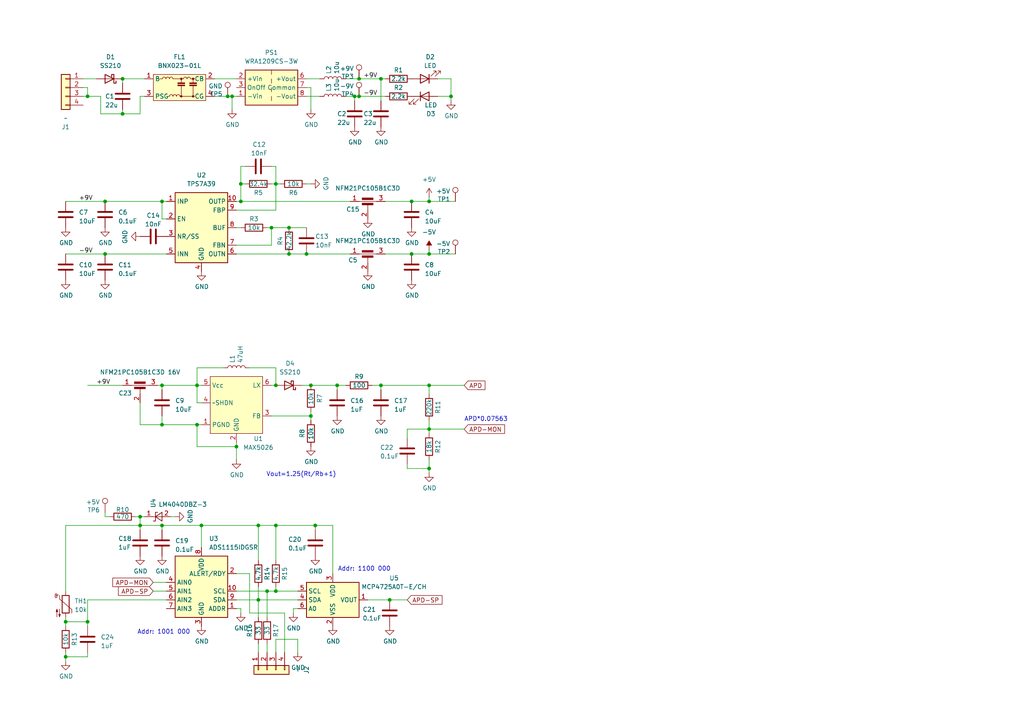
<source format=kicad_sch>
(kicad_sch (version 20231120) (generator "eeschema") (generator_version "8.0")
  (paper "A4")
  (lib_symbols
    (symbol "Analog_ADC:ADS1115IDGS"
      (property "Reference" "U" (at 2.54 13.97 0))
      (property "Value" "ADS1115IDGS" (at 7.62 11.43 0))
      (symbol "ADS1115IDGS_0_1"
        (rectangle (start -7.62 10.16) (end 7.62 -7.62) (stroke (width 0.254)) (fill (type background)))
      )
      (symbol "ADS1115IDGS_1_1"
        (pin input line (at 10.16 -5.08 180) (length 2.54) (name "ADDR") (number "1"))
        (pin input line (at 10.16 0 180) (length 2.54) (name "SCL") (number "10"))
        (pin output line (at 10.16 5.08 180) (length 2.54) (name "ALERT/RDY") (number "2"))
        (pin power_in line (at 0 -10.16 90) (length 2.54) (name "GND") (number "3"))
        (pin input line (at -10.16 2.54 0) (length 2.54) (name "AIN0") (number "4"))
        (pin input line (at -10.16 0 0) (length 2.54) (name "AIN1") (number "5"))
        (pin input line (at -10.16 -2.54 0) (length 2.54) (name "AIN2") (number "6"))
        (pin input line (at -10.16 -5.08 0) (length 2.54) (name "AIN3") (number "7"))
        (pin power_in line (at 0 12.7 270) (length 2.54) (name "VDD") (number "8"))
        (pin bidirectional line (at 10.16 -2.54 180) (length 2.54) (name "SDA") (number "9"))
      )
    )
    (symbol "Analog_DAC:MCP4725xxx-xCH"
      (property "Reference" "U" (at -6.35 6.35 0))
      (property "Value" "MCP4725xxx-xCH" (at 8.89 6.35 0))
      (symbol "MCP4725xxx-xCH_0_1"
        (rectangle (start -7.62 5.08) (end 7.62 -5.08) (stroke (width 0.254)) (fill (type background)))
      )
      (symbol "MCP4725xxx-xCH_1_1"
        (pin output line (at 10.16 0 180) (length 2.54) (name "VOUT") (number "1"))
        (pin power_in line (at 0 -7.62 90) (length 2.54) (name "VSS") (number "2"))
        (pin power_in line (at 0 7.62 270) (length 2.54) (name "VDD") (number "3"))
        (pin bidirectional line (at -10.16 0 0) (length 2.54) (name "SDA") (number "4"))
        (pin input line (at -10.16 2.54 0) (length 2.54) (name "SCL") (number "5"))
        (pin input line (at -10.16 -2.54 0) (length 2.54) (name "A0") (number "6"))
      )
    )
    (symbol "Connector:TestPoint" (pin_numbers hide) (pin_names (offset 0.762) hide)
      (property "Reference" "TP" (at 0 6.858 0))
      (property "Value" "TestPoint" (at 0 5.08 0))
      (symbol "TestPoint_0_1"
        (circle (center 0 3.302) (radius 0.762))
      )
      (symbol "TestPoint_1_1"
        (pin passive line (at 0 0 90) (length 2.54) (name "1") (number "1"))
      )
    )
    (symbol "Connector_Generic:Conn_01x04" (pin_names (offset 1.016) hide)
      (property "Reference" "J" (at 0 5.08 0))
      (property "Value" "Conn_01x04" (at 0 -7.62 0))
      (symbol "Conn_01x04_1_1"
        (rectangle (start -1.27 -4.953) (end 0 -5.207) (stroke (width 0.1524)))
        (rectangle (start -1.27 -2.413) (end 0 -2.667) (stroke (width 0.1524)))
        (rectangle (start -1.27 0.127) (end 0 -0.127) (stroke (width 0.1524)))
        (rectangle (start -1.27 2.667) (end 0 2.413) (stroke (width 0.1524)))
        (rectangle (start -1.27 3.81) (end 1.27 -6.35) (stroke (width 0.254)) (fill (type background)))
        (pin passive line (at -5.08 2.54 0) (length 3.81) (name "Pin_1") (number "1"))
        (pin passive line (at -5.08 0 0) (length 3.81) (name "Pin_2") (number "2"))
        (pin passive line (at -5.08 -2.54 0) (length 3.81) (name "Pin_3") (number "3"))
        (pin passive line (at -5.08 -5.08 0) (length 3.81) (name "Pin_4") (number "4"))
      )
    )
    (symbol "Converter_DCDC:ITQ2415S"
      (property "Reference" "PS" (at -7.62 6.35 0))
      (property "Value" "ITQ2415S" (at 1.27 6.35 0))
      (symbol "ITQ2415S_0_0"
        (pin power_in line (at -10.16 -2.54 0) (length 2.54) (name "-Vin") (number "1"))
        (pin power_in line (at -10.16 2.54 0) (length 2.54) (name "+Vin") (number "2"))
        (pin input line (at -10.16 0 0) (length 2.54) (name "OnOff") (number "3"))
        (pin no_connect line (at 0 5.08 270) (length 2.54) hide (name "NC") (number "5"))
        (pin power_out line (at 10.16 2.54 180) (length 2.54) (name "+Vout") (number "6"))
        (pin power_out line (at 10.16 0 180) (length 2.54) (name "Common") (number "7"))
        (pin power_out line (at 10.16 -2.54 180) (length 2.54) (name "-Vout") (number "8"))
      )
      (symbol "ITQ2415S_0_1"
        (rectangle (start -7.62 5.08) (end 7.62 -5.08) (stroke (width 0.254)) (fill (type background)))
        (polyline (pts (xy 0 -2.54) (xy 0 -3.81)))
        (polyline (pts (xy 0 0) (xy 0 -1.27)))
        (polyline (pts (xy 0 2.54) (xy 0 1.27)))
        (polyline (pts (xy 0 5.08) (xy 0 3.81)))
      )
    )
    (symbol "Device:C" (pin_numbers hide) (pin_names (offset 0.254))
      (property "Reference" "C" (at 0.635 2.54 0))
      (property "Value" "C" (at 0.635 -2.54 0))
      (symbol "C_0_1"
        (polyline (pts (xy -2.032 -0.762) (xy 2.032 -0.762)) (stroke (width 0.508)))
        (polyline (pts (xy -2.032 0.762) (xy 2.032 0.762)) (stroke (width 0.508)))
      )
      (symbol "C_1_1"
        (pin passive line (at 0 3.81 270) (length 2.794) (name "~") (number "1"))
        (pin passive line (at 0 -3.81 90) (length 2.794) (name "~") (number "2"))
      )
    )
    (symbol "Device:C_Feedthrough" (pin_names (offset 0.254) hide)
      (property "Reference" "C" (at 0 7.62 0))
      (property "Value" "C_Feedthrough" (at 0 5.715 0))
      (symbol "C_Feedthrough_0_1"
        (rectangle (start -1.651 1.524) (end 1.524 2.032) (fill (type outline)))
        (polyline (pts (xy -2.54 2.54) (xy 2.54 2.54)))
        (polyline (pts (xy 0 0) (xy 0 1.778)))
        (rectangle (start 1.524 3.048) (end -1.651 3.556) (fill (type outline)))
      )
      (symbol "C_Feedthrough_1_1"
        (pin passive line (at -5.08 2.54 0) (length 2.54) (name "1") (number "1"))
        (pin passive line (at 0 -2.54 90) (length 2.54) (name "2") (number "2"))
        (pin passive line (at 5.08 2.54 180) (length 2.54) (name "3") (number "3"))
      )
    )
    (symbol "Device:L" (pin_numbers hide) (pin_names (offset 1.016) hide)
      (property "Reference" "L" (at -1.27 0 90))
      (property "Value" "L" (at 1.905 0 90))
      (symbol "L_0_1"
        (arc (start 0 -2.54) (mid 0.6323 -1.905) (end 0 -1.27))
        (arc (start 0 -1.27) (mid 0.6323 -0.635) (end 0 0))
        (arc (start 0 0) (mid 0.6323 0.635) (end 0 1.27))
        (arc (start 0 1.27) (mid 0.6323 1.905) (end 0 2.54))
      )
      (symbol "L_1_1"
        (pin passive line (at 0 3.81 270) (length 1.27) (name "1") (number "1"))
        (pin passive line (at 0 -3.81 90) (length 1.27) (name "2") (number "2"))
      )
    )
    (symbol "Device:LED" (pin_numbers hide) (pin_names (offset 1.016) hide)
      (property "Reference" "D" (at 0 2.54 0))
      (property "Value" "LED" (at 0 -2.54 0))
      (symbol "LED_0_1"
        (polyline (pts (xy -1.27 -1.27) (xy -1.27 1.27)) (stroke (width 0.254)))
        (polyline (pts (xy -1.27 0) (xy 1.27 0)))
        (polyline (pts (xy 1.27 -1.27) (xy 1.27 1.27) (xy -1.27 0) (xy 1.27 -1.27)) (stroke (width 0.254)))
        (polyline (pts (xy -3.048 -0.762) (xy -4.572 -2.286) (xy -3.81 -2.286) (xy -4.572 -2.286) (xy -4.572 -1.524)))
        (polyline (pts (xy -1.778 -0.762) (xy -3.302 -2.286) (xy -2.54 -2.286) (xy -3.302 -2.286) (xy -3.302 -1.524)))
      )
      (symbol "LED_1_1"
        (pin passive line (at -3.81 0 0) (length 2.54) (name "K") (number "1"))
        (pin passive line (at 3.81 0 180) (length 2.54) (name "A") (number "2"))
      )
    )
    (symbol "Device:R" (pin_numbers hide) (pin_names (offset 0))
      (property "Reference" "R" (at 2.032 0 90))
      (property "Value" "R" (at 0 0 90))
      (symbol "R_0_1"
        (rectangle (start -1.016 -2.54) (end 1.016 2.54) (stroke (width 0.254)))
      )
      (symbol "R_1_1"
        (pin passive line (at 0 3.81 270) (length 1.27) (name "~") (number "1"))
        (pin passive line (at 0 -3.81 90) (length 1.27) (name "~") (number "2"))
      )
    )
    (symbol "Device:Thermistor_NTC" (pin_numbers hide) (pin_names (offset 0))
      (property "Reference" "TH" (at -4.445 0 90))
      (property "Value" "Thermistor_NTC" (at 3.175 0 90))
      (symbol "Thermistor_NTC_0_1"
        (arc (start -3.048 2.159) (mid -3.0495 2.3143) (end -3.175 2.413))
        (arc (start -3.048 2.159) (mid -2.9736 1.9794) (end -2.794 1.905))
        (arc (start -3.048 2.794) (mid -2.9736 2.6144) (end -2.794 2.54))
        (arc (start -2.794 1.905) (mid -2.6144 1.9794) (end -2.54 2.159))
        (arc (start -2.794 2.54) (mid -2.4393 2.5587) (end -2.159 2.794))
        (arc (start -2.794 3.048) (mid -2.9736 2.9736) (end -3.048 2.794))
        (arc (start -2.54 2.794) (mid -2.6144 2.9736) (end -2.794 3.048))
        (rectangle (start -1.016 2.54) (end 1.016 -2.54) (stroke (width 0.254)))
        (polyline (pts (xy -2.54 2.159) (xy -2.54 2.794)))
        (polyline (pts (xy -1.778 2.54) (xy -1.778 1.524) (xy 1.778 -1.524) (xy 1.778 -2.54)))
        (polyline (pts (xy -2.54 -3.683) (xy -2.54 -1.397) (xy -2.794 -2.159) (xy -2.286 -2.159) (xy -2.54 -1.397) (xy -2.54 -1.651)) (fill (type outline)))
        (polyline (pts (xy -1.778 -1.397) (xy -1.778 -3.683) (xy -2.032 -2.921) (xy -1.524 -2.921) (xy -1.778 -3.683) (xy -1.778 -3.429)) (fill (type outline)))
      )
      (symbol "Thermistor_NTC_1_1"
        (pin passive line (at 0 3.81 270) (length 1.27) (name "~") (number "1"))
        (pin passive line (at 0 -3.81 90) (length 1.27) (name "~") (number "2"))
      )
    )
    (symbol "Diode:SS210" (pin_numbers hide) (pin_names (offset 1.016) hide)
      (property "Reference" "D" (at 0 2.54 0))
      (property "Value" "SS210" (at 0 -2.54 0))
      (symbol "SS210_0_1"
        (polyline (pts (xy 1.27 0) (xy -1.27 0)))
        (polyline (pts (xy 1.27 1.27) (xy 1.27 -1.27) (xy -1.27 0) (xy 1.27 1.27)) (stroke (width 0.254)))
        (polyline (pts (xy -1.905 0.635) (xy -1.905 1.27) (xy -1.27 1.27) (xy -1.27 -1.27) (xy -0.635 -1.27) (xy -0.635 -0.635)) (stroke (width 0.254)))
      )
      (symbol "SS210_1_1"
        (pin passive line (at -3.81 0 0) (length 2.54) (name "K") (number "1"))
        (pin passive line (at 3.81 0 180) (length 2.54) (name "A") (number "2"))
      )
    )
    (symbol "Filter:BNX025"
      (property "Reference" "FL" (at -6.35 5.08 0))
      (property "Value" "BNX025" (at 7.62 5.08 0))
      (symbol "BNX025_0_1"
        (rectangle (start -7.62 3.81) (end 7.62 -3.81) (fill (type background)))
        (arc (start -1.905 -2.54) (mid -2.413 -2.0342) (end -2.921 -2.54))
        (arc (start -0.889 -2.54) (mid -1.397 -2.0342) (end -1.905 -2.54))
        (rectangle (start -0.508 0.508) (end 1.524 0.762) (fill (type outline)))
        (polyline (pts (xy -4.953 2.54) (xy -5.715 2.54)))
        (polyline (pts (xy -3.302 -2.54) (xy -2.921 -2.54)))
        (polyline (pts (xy 0.127 -2.54) (xy 0.508 -2.54)))
        (polyline (pts (xy 0.381 2.54) (xy -1.905 2.54)))
        (polyline (pts (xy 0.508 -2.54) (xy 0.508 0.508)))
        (polyline (pts (xy 0.508 2.54) (xy 0.508 1.27)))
        (polyline (pts (xy 1.143 2.54) (xy 0.508 2.54)))
        (polyline (pts (xy 3.175 2.54) (xy 3.937 2.54)))
        (polyline (pts (xy 3.937 -2.54) (xy 0.508 -2.54)))
        (polyline (pts (xy 3.937 -2.54) (xy 3.937 0.508)))
        (polyline (pts (xy 3.937 -2.54) (xy 4.445 -2.54)))
        (polyline (pts (xy 3.937 2.54) (xy 3.937 1.27)))
        (polyline (pts (xy 3.937 2.54) (xy 4.445 2.54)))
        (arc (start 0.127 -2.54) (mid -0.381 -2.0342) (end -0.889 -2.54))
        (circle (center 0.508 2.54) (radius 0.254) (fill (type outline)))
        (rectangle (start 1.524 1.143) (end -0.508 1.397) (fill (type outline)))
        (arc (start 2.159 2.54) (mid 1.651 3.0458) (end 1.143 2.54))
        (arc (start 3.175 2.54) (mid 2.667 3.0458) (end 2.159 2.54))
      )
      (symbol "BNX025_1_1"
        (arc (start -3.937 2.54) (mid -4.445 3.0458) (end -4.953 2.54))
        (arc (start -2.921 2.54) (mid -3.429 3.0458) (end -3.937 2.54))
        (arc (start -1.905 2.54) (mid -2.413 3.0458) (end -2.921 2.54))
        (circle (center 0.508 -2.54) (radius 0.254) (fill (type outline)))
        (rectangle (start 2.921 0.508) (end 4.953 0.762) (fill (type outline)))
        (circle (center 3.937 -2.54) (radius 0.254) (fill (type outline)))
        (circle (center 3.937 2.54) (radius 0.254) (fill (type outline)))
        (rectangle (start 4.953 1.143) (end 2.921 1.397) (fill (type outline)))
        (pin passive line (at -10.16 2.54 0) (length 2.54) (name "B") (number "1"))
        (pin passive line (at 10.16 2.54 180) (length 2.54) (name "CB") (number "2"))
        (pin passive line (at -10.16 -2.54 0) (length 2.54) (name "PSG") (number "3"))
        (pin passive line (at 10.16 -2.54 180) (length 2.54) (name "CG") (number "4"))
      )
    )
    (symbol "MAX5026:MAX5026"
      (property "Reference" "U" (at 0 0 0))
      (symbol "MAX5026_1_1"
        (rectangle (start 0 -1.27) (end 15.24 -17.78) (fill (type background)))
        (pin power_in line (at -2.54 -15.24 0) (length 2.54) (name "PGND") (number "1"))
        (pin bidirectional line (at 7.62 -20.32 90) (length 2.54) (name "GND") (number "2"))
        (pin input line (at 17.78 -12.7 180) (length 2.54) (name "FB") (number "3"))
        (pin input line (at -2.54 -8.89 0) (length 2.54) (name "~SHDN") (number "4"))
        (pin power_in line (at -2.54 -3.81 0) (length 2.54) (name "Vcc") (number "5"))
        (pin power_out line (at 17.78 -3.81 180) (length 2.54) (name "LX") (number "6"))
      )
    )
    (symbol "Reference_Voltage:LM4040DBZ-3" (pin_names (offset 0.0254) hide)
      (property "Reference" "U" (at 0 2.54 0))
      (property "Value" "LM4040DBZ-3" (at 0 -3.175 0))
      (symbol "LM4040DBZ-3_0_1"
        (polyline (pts (xy -1.27 0) (xy 0 0) (xy 1.27 0)))
        (polyline (pts (xy -1.27 -1.27) (xy 0.635 0) (xy -1.27 1.27) (xy -1.27 -1.27)) (stroke (width 0.2032)))
        (polyline (pts (xy 0 -1.27) (xy 0.635 -1.27) (xy 0.635 1.27) (xy 1.27 1.27)) (stroke (width 0.2032)))
      )
      (symbol "LM4040DBZ-3_1_1"
        (pin passive line (at 3.81 0 180) (length 2.54) (name "K") (number "1"))
        (pin passive line (at -3.81 0 0) (length 2.54) (name "A") (number "2"))
        (pin no_connect line (at -1.27 0 0) (length 2.54) hide (name "NC") (number "3"))
      )
    )
    (symbol "Regulator_Linear:TPS7A39"
      (property "Reference" "U" (at 0 13.97 0))
      (property "Value" "TPS7A39" (at 0 11.43 0))
      (symbol "TPS7A39_1_1"
        (rectangle (start -7.62 10.16) (end 7.62 -10.16) (stroke (width 0.254)) (fill (type background)))
        (pin power_in line (at -10.16 7.62 0) (length 2.54) (name "INP") (number "1"))
        (pin power_out line (at 10.16 7.62 180) (length 2.54) (name "OUTP") (number "10"))
        (pin passive line (at 0 -12.7 90) (length 2.54) hide (name "GND") (number "11"))
        (pin input line (at -10.16 2.54 0) (length 2.54) (name "EN") (number "2"))
        (pin passive line (at -10.16 -2.54 0) (length 2.54) (name "NR/SS") (number "3"))
        (pin power_in line (at 0 -12.7 90) (length 2.54) (name "GND") (number "4"))
        (pin power_in line (at -10.16 -7.62 0) (length 2.54) (name "INN") (number "5"))
        (pin power_out line (at 10.16 -7.62 180) (length 2.54) (name "OUTN") (number "6"))
        (pin input line (at 10.16 -5.08 180) (length 2.54) (name "FBN") (number "7"))
        (pin output line (at 10.16 0 180) (length 2.54) (name "BUF") (number "8"))
        (pin input line (at 10.16 5.08 180) (length 2.54) (name "FBP") (number "9"))
      )
    )
    (symbol "power:+5V" (power) (pin_numbers hide) (pin_names (offset 0) hide)
      (property "Value" "+5V" (at 0 3.556 0))
      (symbol "+5V_0_1"
        (polyline (pts (xy -0.762 1.27) (xy 0 2.54)))
        (polyline (pts (xy 0 0) (xy 0 2.54)))
        (polyline (pts (xy 0 2.54) (xy 0.762 1.27)))
      )
      (symbol "+5V_1_1"
        (pin power_in line (at 0 0 90) (length 0) (name "~") (number "1"))
      )
    )
    (symbol "power:-5V" (power) (pin_numbers hide) (pin_names (offset 0) hide)
      (property "Value" "-5V" (at 0 3.556 0))
      (symbol "-5V_0_0"
        (pin power_in line (at 0 0 90) (length 0) (name "~") (number "1"))
      )
      (symbol "-5V_0_1"
        (polyline (pts (xy 0 0) (xy 0 1.27) (xy 0.762 1.27) (xy 0 2.54) (xy -0.762 1.27) (xy 0 1.27)) (fill (type outline)))
      )
    )
    (symbol "power:GND" (power) (pin_names (offset 0))
      (property "Value" "GND" (at 0 -3.81 0))
      (symbol "GND_0_1"
        (polyline (pts (xy 0 0) (xy 0 -1.27) (xy 1.27 -1.27) (xy 0 -2.54) (xy -1.27 -1.27) (xy 0 -1.27)))
      )
      (symbol "GND_1_1"
        (pin power_in line (at 0 0 270) (length 0) hide (name "GND") (number "1"))
      )
    )
  )
  (junction (at 25.4 180.34))
  (junction (at 77.47 171.45))
  (junction (at 66.04 27.94))
  (junction (at 19.05 180.34))
  (junction (at 40.64 149.86))
  (junction (at 74.93 173.99))
  (junction (at 68.58 129.54))
  (junction (at 67.31 27.94))
  (junction (at 124.46 111.76))
  (junction (at 57.15 123.19))
  (junction (at 124.46 124.46))
  (junction (at 102.87 27.94))
  (junction (at 83.82 73.66))
  (junction (at 113.03 173.99))
  (junction (at 46.99 152.4))
  (junction (at 46.99 58.42))
  (junction (at 46.99 111.76))
  (junction (at 110.49 111.76))
  (junction (at 90.17 111.76))
  (junction (at 119.38 73.66))
  (junction (at 46.99 123.19))
  (junction (at 35.56 33.02))
  (junction (at 30.48 58.42))
  (junction (at 88.9 73.66))
  (junction (at 104.14 22.86))
  (junction (at 30.48 73.66))
  (junction (at 104.14 27.94))
  (junction (at 78.74 66.04))
  (junction (at 19.05 190.5))
  (junction (at 80.01 152.4))
  (junction (at 74.93 152.4))
  (junction (at 57.15 111.76))
  (junction (at 25.4 27.94))
  (junction (at 69.85 58.42))
  (junction (at 80.01 171.45))
  (junction (at 83.82 66.04))
  (junction (at 119.38 58.42))
  (junction (at 35.56 22.86))
  (junction (at 124.46 135.89))
  (junction (at 91.44 152.4))
  (junction (at 130.81 27.94))
  (junction (at 58.42 152.4))
  (junction (at 124.46 73.66))
  (junction (at 80.01 53.34))
  (junction (at 40.64 152.4))
  (junction (at 80.01 111.76))
  (junction (at 110.49 22.86))
  (junction (at 97.79 111.76))
  (junction (at 69.85 53.34))
  (junction (at 90.17 120.65))
  (junction (at 124.46 58.42))
  (wire (pts (xy 46.99 152.4) (xy 58.42 152.4)))
  (wire (pts (xy 106.68 173.99) (xy 113.03 173.99)))
  (wire (pts (xy 85.09 176.53) (xy 85.09 177.8)))
  (wire (pts (xy 40.64 33.02) (xy 35.56 33.02)))
  (wire (pts (xy 124.46 111.76) (xy 134.62 111.76)))
  (wire (pts (xy 19.05 73.66) (xy 30.48 73.66)))
  (wire (pts (xy 118.11 135.89) (xy 124.46 135.89)))
  (wire (pts (xy 111.76 58.42) (xy 119.38 58.42)))
  (wire (pts (xy 46.99 113.03) (xy 46.99 111.76)))
  (wire (pts (xy 77.47 171.45) (xy 80.01 171.45)))
  (wire (pts (xy 58.42 111.76) (xy 57.15 111.76)))
  (wire (pts (xy 90.17 120.65) (xy 90.17 121.92)))
  (wire (pts (xy 80.01 185.42) (xy 86.36 185.42)))
  (wire (pts (xy 110.49 22.86) (xy 111.76 22.86)))
  (wire (pts (xy 80.01 152.4) (xy 80.01 162.56)))
  (wire (pts (xy 86.36 176.53) (xy 85.09 176.53)))
  (wire (pts (xy 35.56 22.86) (xy 41.91 22.86)))
  (wire (pts (xy 68.58 27.94) (xy 67.31 27.94)))
  (wire (pts (xy 57.15 129.54) (xy 68.58 129.54)))
  (wire (pts (xy 69.85 58.42) (xy 101.6 58.42)))
  (wire (pts (xy 102.87 27.94) (xy 104.14 27.94)))
  (wire (pts (xy 130.81 22.86) (xy 130.81 27.94)))
  (wire (pts (xy 57.15 106.68) (xy 64.77 106.68)))
  (wire (pts (xy 58.42 116.84) (xy 57.15 116.84)))
  (wire (pts (xy 40.64 123.19) (xy 46.99 123.19)))
  (wire (pts (xy 24.13 27.94) (xy 25.4 27.94)))
  (wire (pts (xy 45.72 111.76) (xy 46.99 111.76)))
  (wire (pts (xy 25.4 111.76) (xy 35.56 111.76)))
  (wire (pts (xy 80.01 53.34) (xy 81.28 53.34)))
  (wire (pts (xy 69.85 53.34) (xy 71.12 53.34)))
  (wire (pts (xy 77.47 66.04) (xy 78.74 66.04)))
  (wire (pts (xy 80.01 48.26) (xy 80.01 53.34)))
  (wire (pts (xy 25.4 181.61) (xy 25.4 180.34)))
  (wire (pts (xy 96.52 166.37) (xy 96.52 152.4)))
  (wire (pts (xy 24.13 25.4) (xy 25.4 25.4)))
  (wire (pts (xy 88.9 25.4) (xy 90.17 25.4)))
  (wire (pts (xy 46.99 58.42) (xy 46.99 63.5)))
  (wire (pts (xy 124.46 137.16) (xy 124.46 135.89)))
  (wire (pts (xy 68.58 66.04) (xy 69.85 66.04)))
  (wire (pts (xy 72.39 177.8) (xy 82.55 177.8)))
  (wire (pts (xy 66.04 27.94) (xy 67.31 27.94)))
  (wire (pts (xy 91.44 153.67) (xy 91.44 152.4)))
  (wire (pts (xy 68.58 71.12) (xy 78.74 71.12)))
  (wire (pts (xy 110.49 111.76) (xy 110.49 113.03)))
  (wire (pts (xy 130.81 27.94) (xy 130.81 29.21)))
  (wire (pts (xy 107.95 111.76) (xy 110.49 111.76)))
  (wire (pts (xy 80.01 170.18) (xy 80.01 171.45)))
  (wire (pts (xy 62.23 22.86) (xy 68.58 22.86)))
  (wire (pts (xy 90.17 111.76) (xy 97.79 111.76)))
  (wire (pts (xy 90.17 120.65) (xy 90.17 119.38)))
  (wire (pts (xy 104.14 22.86) (xy 110.49 22.86)))
  (wire (pts (xy 100.33 22.86) (xy 104.14 22.86)))
  (wire (pts (xy 92.71 22.86) (xy 88.9 22.86)))
  (wire (pts (xy 19.05 152.4) (xy 40.64 152.4)))
  (wire (pts (xy 104.14 27.94) (xy 111.76 27.94)))
  (wire (pts (xy 96.52 152.4) (xy 91.44 152.4)))
  (wire (pts (xy 80.01 171.45) (xy 86.36 171.45)))
  (wire (pts (xy 71.12 48.26) (xy 69.85 48.26)))
  (wire (pts (xy 40.64 152.4) (xy 46.99 152.4)))
  (wire (pts (xy 74.93 152.4) (xy 74.93 162.56)))
  (wire (pts (xy 62.23 27.94) (xy 66.04 27.94)))
  (wire (pts (xy 74.93 173.99) (xy 86.36 173.99)))
  (wire (pts (xy 69.85 58.42) (xy 69.85 53.34)))
  (wire (pts (xy 19.05 180.34) (xy 19.05 181.61)))
  (wire (pts (xy 78.74 71.12) (xy 78.74 66.04)))
  (wire (pts (xy 68.58 171.45) (xy 77.47 171.45)))
  (wire (pts (xy 74.93 152.4) (xy 58.42 152.4)))
  (wire (pts (xy 46.99 111.76) (xy 57.15 111.76)))
  (wire (pts (xy 127 22.86) (xy 130.81 22.86)))
  (wire (pts (xy 124.46 58.42) (xy 132.08 58.42)))
  (wire (pts (xy 88.9 73.66) (xy 101.6 73.66)))
  (wire (pts (xy 39.37 149.86) (xy 40.64 149.86)))
  (wire (pts (xy 68.58 60.96) (xy 80.01 60.96)))
  (wire (pts (xy 29.21 27.94) (xy 29.21 33.02)))
  (wire (pts (xy 83.82 73.66) (xy 88.9 73.66)))
  (wire (pts (xy 68.58 173.99) (xy 74.93 173.99)))
  (wire (pts (xy 40.64 116.84) (xy 40.64 123.19)))
  (wire (pts (xy 24.13 22.86) (xy 27.94 22.86)))
  (wire (pts (xy 100.33 27.94) (xy 102.87 27.94)))
  (wire (pts (xy 74.93 170.18) (xy 74.93 173.99)))
  (wire (pts (xy 74.93 173.99) (xy 74.93 179.07)))
  (wire (pts (xy 78.74 111.76) (xy 80.01 111.76)))
  (wire (pts (xy 58.42 152.4) (xy 58.42 158.75)))
  (wire (pts (xy 110.49 111.76) (xy 124.46 111.76)))
  (wire (pts (xy 68.58 166.37) (xy 72.39 166.37)))
  (wire (pts (xy 68.58 58.42) (xy 69.85 58.42)))
  (wire (pts (xy 86.36 185.42) (xy 86.36 189.23)))
  (wire (pts (xy 40.64 27.94) (xy 40.64 33.02)))
  (wire (pts (xy 58.42 123.19) (xy 57.15 123.19)))
  (wire (pts (xy 25.4 27.94) (xy 29.21 27.94)))
  (wire (pts (xy 69.85 48.26) (xy 69.85 53.34)))
  (wire (pts (xy 80.01 152.4) (xy 74.93 152.4)))
  (wire (pts (xy 67.31 27.94) (xy 67.31 31.75)))
  (wire (pts (xy 124.46 58.42) (xy 119.38 58.42)))
  (wire (pts (xy 46.99 120.65) (xy 46.99 123.19)))
  (wire (pts (xy 97.79 113.03) (xy 97.79 111.76)))
  (wire (pts (xy 118.11 124.46) (xy 124.46 124.46)))
  (wire (pts (xy 124.46 135.89) (xy 124.46 133.35)))
  (wire (pts (xy 19.05 58.42) (xy 30.48 58.42)))
  (wire (pts (xy 124.46 72.39) (xy 124.46 73.66)))
  (wire (pts (xy 46.99 123.19) (xy 57.15 123.19)))
  (wire (pts (xy 44.45 168.91) (xy 48.26 168.91)))
  (wire (pts (xy 124.46 57.15) (xy 124.46 58.42)))
  (wire (pts (xy 40.64 149.86) (xy 41.91 149.86)))
  (wire (pts (xy 35.56 31.75) (xy 35.56 33.02)))
  (wire (pts (xy 49.53 149.86) (xy 50.8 149.86)))
  (wire (pts (xy 35.56 22.86) (xy 35.56 24.13)))
  (wire (pts (xy 72.39 166.37) (xy 72.39 177.8)))
  (wire (pts (xy 30.48 58.42) (xy 46.99 58.42)))
  (wire (pts (xy 111.76 73.66) (xy 119.38 73.66)))
  (wire (pts (xy 57.15 111.76) (xy 57.15 106.68)))
  (wire (pts (xy 118.11 124.46) (xy 118.11 127)))
  (wire (pts (xy 124.46 73.66) (xy 132.08 73.66)))
  (wire (pts (xy 83.82 66.04) (xy 88.9 66.04)))
  (wire (pts (xy 102.87 27.94) (xy 102.87 29.21)))
  (wire (pts (xy 69.85 176.53) (xy 69.85 177.8)))
  (wire (pts (xy 87.63 111.76) (xy 90.17 111.76)))
  (wire (pts (xy 74.93 186.69) (xy 74.93 189.23)))
  (wire (pts (xy 80.01 53.34) (xy 78.74 53.34)))
  (wire (pts (xy 19.05 190.5) (xy 19.05 189.23)))
  (wire (pts (xy 68.58 73.66) (xy 83.82 73.66)))
  (wire (pts (xy 25.4 173.99) (xy 25.4 180.34)))
  (wire (pts (xy 124.46 111.76) (xy 124.46 114.3)))
  (wire (pts (xy 90.17 25.4) (xy 90.17 31.75)))
  (wire (pts (xy 19.05 171.45) (xy 19.05 152.4)))
  (wire (pts (xy 68.58 129.54) (xy 68.58 133.35)))
  (wire (pts (xy 113.03 173.99) (xy 118.11 173.99)))
  (wire (pts (xy 25.4 25.4) (xy 25.4 27.94)))
  (wire (pts (xy 118.11 134.62) (xy 118.11 135.89)))
  (wire (pts (xy 77.47 186.69) (xy 77.47 189.23)))
  (wire (pts (xy 44.45 171.45) (xy 48.26 171.45)))
  (wire (pts (xy 97.79 111.76) (xy 100.33 111.76)))
  (wire (pts (xy 80.01 106.68) (xy 80.01 111.76)))
  (wire (pts (xy 78.74 48.26) (xy 80.01 48.26)))
  (wire (pts (xy 90.17 53.34) (xy 88.9 53.34)))
  (wire (pts (xy 41.91 27.94) (xy 40.64 27.94)))
  (wire (pts (xy 78.74 66.04) (xy 83.82 66.04)))
  (wire (pts (xy 30.48 149.86) (xy 30.48 148.59)))
  (wire (pts (xy 19.05 190.5) (xy 25.4 190.5)))
  (wire (pts (xy 40.64 152.4) (xy 40.64 153.67)))
  (wire (pts (xy 46.99 153.67) (xy 46.99 152.4)))
  (wire (pts (xy 124.46 124.46) (xy 124.46 125.73)))
  (wire (pts (xy 29.21 33.02) (xy 35.56 33.02)))
  (wire (pts (xy 25.4 189.23) (xy 25.4 190.5)))
  (wire (pts (xy 124.46 121.92) (xy 124.46 124.46)))
  (wire (pts (xy 68.58 176.53) (xy 69.85 176.53)))
  (wire (pts (xy 124.46 124.46) (xy 134.62 124.46)))
  (wire (pts (xy 127 27.94) (xy 130.81 27.94)))
  (wire (pts (xy 77.47 171.45) (xy 77.47 179.07)))
  (wire (pts (xy 40.64 149.86) (xy 40.64 152.4)))
  (wire (pts (xy 124.46 73.66) (xy 119.38 73.66)))
  (wire (pts (xy 46.99 58.42) (xy 48.26 58.42)))
  (wire (pts (xy 68.58 128.27) (xy 68.58 129.54)))
  (wire (pts (xy 19.05 180.34) (xy 25.4 180.34)))
  (wire (pts (xy 72.39 106.68) (xy 80.01 106.68)))
  (wire (pts (xy 80.01 60.96) (xy 80.01 53.34)))
  (wire (pts (xy 57.15 116.84) (xy 57.15 111.76)))
  (wire (pts (xy 92.71 27.94) (xy 88.9 27.94)))
  (wire (pts (xy 31.75 149.86) (xy 30.48 149.86)))
  (wire (pts (xy 19.05 179.07) (xy 19.05 180.34)))
  (wire (pts (xy 82.55 177.8) (xy 82.55 189.23)))
  (wire (pts (xy 110.49 22.86) (xy 110.49 29.21)))
  (wire (pts (xy 57.15 123.19) (xy 57.15 129.54)))
  (wire (pts (xy 91.44 152.4) (xy 80.01 152.4)))
  (wire (pts (xy 78.74 120.65) (xy 90.17 120.65)))
  (wire (pts (xy 30.48 73.66) (xy 48.26 73.66)))
  (wire (pts (xy 48.26 63.5) (xy 46.99 63.5)))
  (wire (pts (xy 19.05 191.77) (xy 19.05 190.5)))
  (wire (pts (xy 48.26 173.99) (xy 25.4 173.99)))
  (wire (pts (xy 80.01 189.23) (xy 80.01 185.42)))
  (text "Addr: 1100 000" (at 105.664 165.1 0) (effects (font (size 1.27 1.27))))
  (text "Vout=1.25(Rt/Rb+1)" (at 87.376 137.668 0) (effects (font (size 1.27 1.27))))
  (text "APD*0.07563" (at 140.97 121.666 0) (effects (font (size 1.27 1.27))))
  (text "Addr: 1001 000" (at 47.498 183.388 0) (effects (font (size 1.27 1.27))))
  (label "+9V" (at 22.86 58.42 0))
  (label "+9V" (at 27.94 111.76 0))
  (label "-9V" (at 105.41 27.94 0))
  (label "+9V" (at 105.41 22.86 0))
  (label "-9V" (at 22.86 73.66 0))
  (global_label "APD-MON" (shape input) (at 44.45 168.91 180) (property "Intersheetrefs" "${INTERSHEET_REFS}" (effects (hide yes))))
  (global_label "APD" (shape input) (at 134.62 111.76 0) (property "Intersheetrefs" "${INTERSHEET_REFS}" (effects (hide yes))))
  (global_label "APD-MON" (shape input) (at 134.62 124.46 0) (property "Intersheetrefs" "${INTERSHEET_REFS}" (effects (hide yes))))
  (global_label "APD-SP" (shape input) (at 118.11 173.99 0) (property "Intersheetrefs" "${INTERSHEET_REFS}" (effects (hide yes))))
  (global_label "APD-SP" (shape input) (at 44.45 171.45 180) (property "Intersheetrefs" "${INTERSHEET_REFS}" (effects (hide yes))))
  (symbol (lib_id "power:GND") (at 46.99 161.29 0) (unit 1)
    (property "Reference" "#PWR025" (effects (hide yes)))
    (property "Value" "GND" (at 47.117 165.6842 0))
  )
  (symbol (lib_id "Connector:TestPoint") (at 104.14 27.94 0) (unit 1)
    (property "Reference" "TP4" (at 102.6668 27.2796 0) (effects (justify right)))
    (property "Value" "-9V" (at 102.6668 24.9682 0) (effects (justify right)))
    (property "Footprint" "TestPoint:TestPoint_THTPad_D1.0mm_Drill0.5mm" (effects (hide yes)))
  )
  (symbol (lib_id "Device:R") (at 83.82 69.85 0) (unit 1)
    (property "Reference" "R4" (at 81.28 69.85 90))
    (property "Value" "42.2k" (at 83.82 69.85 90))
    (property "Footprint" "Resistor_SMD:R_0402_1005Metric" (effects (hide yes)))
  )
  (symbol (lib_id "Device:R") (at 124.46 129.54 180) (unit 1)
    (property "Reference" "R12" (at 127 129.54 90))
    (property "Value" "18k" (at 124.46 129.54 90))
    (property "Footprint" "Resistor_SMD:R_0402_1005Metric" (effects (hide yes)))
  )
  (symbol (lib_id "Diode:SS210") (at 83.82 111.76 180) (unit 1)
    (property "Reference" "D4" (at 84.1375 105.41 0))
    (property "Value" "SS210" (at 84.1375 107.95 0))
    (property "Footprint" "Diode_SMD:D_SMA" (effects (hide yes)))
    (property "Datasheet" "https://www.wontop.com/uploadfiles/56/sort_excel/pdf/ss22.pdf" (effects (hide yes)))
    (property "Description" "100V 2A Schottky Diode, SMA" (effects (hide yes)))
  )
  (symbol (lib_id "power:GND") (at 67.31 31.75 0) (unit 1)
    (property "Reference" "#PWR03" (effects (hide yes)))
    (property "Value" "GND" (at 67.437 36.1442 0))
  )
  (symbol (lib_id "Connector:TestPoint") (at 104.14 22.86 0) (unit 1)
    (property "Reference" "TP3" (at 102.6668 22.1996 0) (effects (justify right)))
    (property "Value" "+9V" (at 102.6668 19.8882 0) (effects (justify right)))
    (property "Footprint" "TestPoint:TestPoint_THTPad_D1.0mm_Drill0.5mm" (effects (hide yes)))
  )
  (symbol (lib_id "Device:R") (at 19.05 185.42 180) (unit 1)
    (property "Reference" "R13" (at 21.59 185.42 90))
    (property "Value" "10k" (at 19.05 185.42 90))
    (property "Footprint" "Resistor_SMD:R_0402_1005Metric" (effects (hide yes)))
  )
  (symbol (lib_id "Device:R") (at 115.57 22.86 270) (unit 1)
    (property "Reference" "R1" (at 115.57 20.32 90))
    (property "Value" "2.2k" (at 115.57 22.86 90))
    (property "Footprint" "Resistor_SMD:R_0402_1005Metric" (effects (hide yes)))
    (property "JLCPCB" "C25879" (effects (hide yes)))
    (property "LCSC" "C25879" (effects (hide yes)))
  )
  (symbol (lib_id "Device:C") (at 19.05 62.23 0) (unit 1)
    (property "Reference" "C7" (at 22.86 61.595 0) (effects (justify left)))
    (property "Value" "10uF" (at 22.86 64.135 0) (effects (justify left)))
    (property "Footprint" "Capacitor_SMD:C_0603_1608Metric" (effects (hide yes)))
    (property "LCSC" "C96446" (effects (hide yes)))
  )
  (symbol (lib_id "Device:LED") (at 123.19 22.86 180) (unit 1)
    (property "Reference" "D2" (at 124.7775 16.51 0))
    (property "Value" "LED" (at 124.7775 19.05 0))
    (property "Footprint" "LED_SMD:LED_0603_1608Metric" (effects (hide yes)))
    (property "JLCPCB" "C72043" (effects (hide yes)))
    (property "LCSC" "C72043" (effects (hide yes)))
  )
  (symbol (lib_id "power:GND") (at 19.05 191.77 0) (unit 1)
    (property "Reference" "#PWR033" (effects (hide yes)))
    (property "Value" "GND" (at 19.177 196.1642 0))
  )
  (symbol (lib_id "Device:C") (at 119.38 77.47 0) (unit 1)
    (property "Reference" "C8" (at 123.19 76.835 0) (effects (justify left)))
    (property "Value" "10uF" (at 123.19 79.375 0) (effects (justify left)))
    (property "Footprint" "Capacitor_SMD:C_0603_1608Metric" (effects (hide yes)))
    (property "LCSC" "C96446" (effects (hide yes)))
  )
  (symbol (lib_id "Connector:TestPoint") (at 132.08 58.42 0) (unit 1)
    (property "Reference" "TP1" (at 130.6068 57.7596 0) (effects (justify right)))
    (property "Value" "+5V" (at 130.6068 55.4482 0) (effects (justify right)))
    (property "Footprint" "TestPoint:TestPoint_THTPad_D1.0mm_Drill0.5mm" (effects (hide yes)))
  )
  (symbol (lib_id "Connector:TestPoint") (at 132.08 73.66 0) (unit 1)
    (property "Reference" "TP2" (at 130.6068 72.9996 0) (effects (justify right)))
    (property "Value" "-5V" (at 130.6068 70.6882 0) (effects (justify right)))
    (property "Footprint" "TestPoint:TestPoint_THTPad_D1.0mm_Drill0.5mm" (effects (hide yes)))
  )
  (symbol (lib_id "Device:C") (at 35.56 27.94 0) (unit 1)
    (property "Reference" "C1" (at 30.48 27.94 0) (effects (justify left)))
    (property "Value" "22u" (at 30.48 30.48 0) (effects (justify left)))
    (property "Footprint" "Capacitor_SMD:C_0805_2012Metric" (effects (hide yes)))
    (property "JLCPCB" "C45783" (effects (hide yes)))
    (property "LCSC" "C45783" (effects (hide yes)))
  )
  (symbol (lib_id "Device:R") (at 90.17 125.73 0) (unit 1)
    (property "Reference" "R8" (at 87.63 125.73 90))
    (property "Value" "10k" (at 90.17 125.73 90))
    (property "Footprint" "Resistor_SMD:R_0402_1005Metric" (effects (hide yes)))
  )
  (symbol (lib_id "MAX5026:MAX5026") (at 60.96 107.95 0) (unit 1)
    (property "Reference" "U1" (at 74.93 127.254 0))
    (property "Value" "MAX5026" (at 74.93 129.794 0))
  )
  (symbol (lib_id "Device:C") (at 110.49 33.02 0) (unit 1)
    (property "Reference" "C3" (at 105.41 33.02 0) (effects (justify left)))
    (property "Value" "22u" (at 105.41 35.56 0) (effects (justify left)))
    (property "Footprint" "Capacitor_SMD:C_0805_2012Metric" (effects (hide yes)))
    (property "JLCPCB" "C45783" (effects (hide yes)))
    (property "LCSC" "C45783" (effects (hide yes)))
  )
  (symbol (lib_id "power:GND") (at 86.36 189.23 0) (unit 1)
    (property "Reference" "#PWR034" (effects (hide yes)))
    (property "Value" "GND" (at 86.487 193.6242 0))
  )
  (symbol (lib_id "Diode:SS210") (at 31.75 22.86 180) (unit 1)
    (property "Reference" "D1" (at 32.0675 16.51 0))
    (property "Value" "SS210" (at 32.0675 19.05 0))
    (property "Footprint" "Diode_SMD:D_SMA" (effects (hide yes)))
    (property "Datasheet" "https://www.wontop.com/uploadfiles/56/sort_excel/pdf/ss22.pdf" (effects (hide yes)))
    (property "Description" "100V 2A Schottky Diode, SMA" (effects (hide yes)))
  )
  (symbol (lib_id "power:GND") (at 69.85 177.8 0) (unit 1)
    (property "Reference" "#PWR031" (effects (hide yes)))
    (property "Value" "GND" (at 69.977 182.1942 0))
  )
  (symbol (lib_id "power:GND") (at 58.42 181.61 0) (unit 1)
    (property "Reference" "#PWR027" (effects (hide yes)))
    (property "Value" "GND" (at 58.547 186.0042 0))
  )
  (symbol (lib_id "Connector_Generic:Conn_01x04") (at 77.47 194.31 90) (mirror x) (unit 1)
    (property "Reference" "J2" (at 88.9 194.31 0))
    (property "Value" "~" (at 86.36 194.31 0))
    (property "Footprint" "Connector_PinHeader_2.54mm:PinHeader_1x04_P2.54mm_Vertical" (effects (hide yes)))
  )
  (symbol (lib_id "Device:C_Feedthrough") (at 106.68 60.96 0) (unit 1)
    (property "Reference" "C15" (at 102.362 60.706 0))
    (property "Value" "NFM21PC105B1C3D" (at 106.68 54.61 0))
    (property "Description" "Feedthrough capacitor" (effects (hide yes)))
    (property "LCSC" "C92518" (effects (hide yes)))
  )
  (symbol (lib_id "Device:C") (at 113.03 177.8 0) (unit 1)
    (property "Reference" "C21" (at 105.156 176.784 0) (effects (justify left)))
    (property "Value" "0.1uF" (at 105.156 179.324 0) (effects (justify left)))
    (property "Footprint" "Capacitor_SMD:C_0402_1005Metric" (effects (hide yes)))
    (property "LCSC" "C307331" (effects (hide yes)))
  )
  (symbol (lib_id "Device:R") (at 115.57 27.94 270) (unit 1)
    (property "Reference" "R2" (at 115.57 25.4 90))
    (property "Value" "2.2k" (at 115.57 27.94 90))
    (property "Footprint" "Resistor_SMD:R_0402_1005Metric" (effects (hide yes)))
    (property "JLCPCB" "C25879" (effects (hide yes)))
    (property "LCSC" "C25879" (effects (hide yes)))
  )
  (symbol (lib_id "power:GND") (at 58.42 78.74 0) (unit 1)
    (property "Reference" "#PWR013" (effects (hide yes)))
    (property "Value" "GND" (at 58.547 83.1342 0))
  )
  (symbol (lib_id "power:GND") (at 119.38 81.28 0) (unit 1)
    (property "Reference" "#PWR011" (effects (hide yes)))
    (property "Value" "GND" (at 119.507 85.6742 0))
  )
  (symbol (lib_id "power:GND") (at 90.17 129.54 0) (unit 1)
    (property "Reference" "#PWR020" (effects (hide yes)))
    (property "Value" "GND" (at 90.297 133.9342 0))
  )
  (symbol (lib_id "power:GND") (at 50.8 149.86 90) (unit 1)
    (property "Reference" "#PWR023" (effects (hide yes)))
    (property "Value" "GND" (at 55.1942 149.733 0))
  )
  (symbol (lib_id "Analog_ADC:ADS1115IDGS") (at 58.42 171.45 0) (unit 1)
    (property "Reference" "U3" (at 60.6141 156.21 0) (effects (justify left)))
    (property "Value" "ADS1115IDGSR" (at 60.6141 158.75 0) (effects (justify left)))
    (property "Footprint" "Package_SO:TSSOP-10_3x3mm_P0.5mm" (effects (hide yes)))
    (property "Datasheet" "http://www.ti.com/lit/ds/symlink/ads1113.pdf" (effects (hide yes)))
    (property "Description" "Ultra-Small, Low-Power, I2C-Compatible, 860-SPS, 16-Bit ADCs With Internal Reference, Oscillator, and Programmable Comparator, VSSOP-10" (effects (hide yes)))
  )
  (symbol (lib_id "power:GND") (at 96.52 181.61 0) (unit 1)
    (property "Reference" "#PWR028" (effects (hide yes)))
    (property "Value" "GND" (at 96.647 186.0042 0))
  )
  (symbol (lib_id "Device:R") (at 74.93 182.88 0) (unit 1)
    (property "Reference" "R16" (at 72.39 182.88 90))
    (property "Value" "33" (at 74.93 182.88 90))
    (property "Footprint" "Resistor_SMD:R_0402_1005Metric" (effects (hide yes)))
  )
  (symbol (lib_id "Device:L") (at 96.52 27.94 90) (unit 1)
    (property "Reference" "L3" (at 95.3516 26.5938 0) (effects (justify left)))
    (property "Value" "10u" (at 97.663 26.5938 0) (effects (justify left)))
    (property "Footprint" "Inductor_SMD:L_0805_2012Metric" (effects (hide yes)))
    (property "JLCPCB" "C281113" (effects (hide yes)))
    (property "LCSC" "C281113" (effects (hide yes)))
  )
  (symbol (lib_id "power:GND") (at 85.09 177.8 0) (unit 1)
    (property "Reference" "#PWR030" (effects (hide yes)))
    (property "Value" "GND" (at 85.217 182.1942 0))
  )
  (symbol (lib_id "power:GND") (at 113.03 181.61 0) (unit 1)
    (property "Reference" "#PWR029" (effects (hide yes)))
    (property "Value" "GND" (at 113.157 186.0042 0))
  )
  (symbol (lib_id "Device:C") (at 102.87 33.02 0) (unit 1)
    (property "Reference" "C2" (at 97.79 33.02 0) (effects (justify left)))
    (property "Value" "22u" (at 97.79 35.56 0) (effects (justify left)))
    (property "Footprint" "Capacitor_SMD:C_0805_2012Metric" (effects (hide yes)))
    (property "JLCPCB" "C45783" (effects (hide yes)))
    (property "LCSC" "C45783" (effects (hide yes)))
  )
  (symbol (lib_id "Device:L") (at 68.58 106.68 90) (unit 1)
    (property "Reference" "L1" (at 67.4116 105.3338 0) (effects (justify left)))
    (property "Value" "47uH" (at 69.723 105.3338 0) (effects (justify left)))
    (property "Footprint" "Inductor_SMD:L_APV_ANR4012" (effects (hide yes)))
    (property "Description" "ANR4012T470M" (effects (hide yes)))
    (property "LCSC" "C7497063" (effects (hide yes)))
  )
  (symbol (lib_id "power:GND") (at 68.58 133.35 0) (unit 1)
    (property "Reference" "#PWR019" (effects (hide yes)))
    (property "Value" "GND" (at 68.707 137.7442 0))
  )
  (symbol (lib_id "Device:R") (at 35.56 149.86 90) (unit 1)
    (property "Reference" "R10" (at 35.56 147.828 90))
    (property "Value" "470" (at 35.56 149.86 90))
    (property "Footprint" "Resistor_SMD:R_0402_1005Metric" (effects (hide yes)))
  )
  (symbol (lib_id "Device:C") (at 25.4 185.42 0) (unit 1)
    (property "Reference" "C24" (at 29.21 184.785 0) (effects (justify left)))
    (property "Value" "1uF" (at 29.21 187.325 0) (effects (justify left)))
    (property "Footprint" "Capacitor_SMD:C_0603_1608Metric" (effects (hide yes)))
  )
  (symbol (lib_id "power:GND") (at 110.49 36.83 0) (unit 1)
    (property "Reference" "#PWR06" (effects (hide yes)))
    (property "Value" "GND" (at 110.617 41.2242 0))
  )
  (symbol (lib_id "power:GND") (at 106.68 78.74 0) (unit 1)
    (property "Reference" "#PWR010" (effects (hide yes)))
    (property "Value" "GND" (at 106.807 83.1342 0))
  )
  (symbol (lib_id "Converter_DCDC:ITQ2415S") (at 78.74 25.4 0) (unit 1)
    (property "Reference" "PS1" (at 78.74 15.24 0))
    (property "Value" "WRA1209CS-3W" (at 78.74 17.78 0))
    (property "Footprint" "Converter_DCDC:Converter_DCDC_XP_POWER-ITQxxxxS-H_THT" (effects (hide yes)))
    (property "Datasheet" "https://www.xppower.com/pdfs/SF_ITQ.pdf" (effects (hide yes)))
    (property "LCSC" "C512079" (effects (hide yes)))
  )
  (symbol (lib_id "power:GND") (at 90.17 53.34 90) (unit 1)
    (property "Reference" "#PWR02" (effects (hide yes)))
    (property "Value" "GND" (at 94.5642 53.213 0))
  )
  (symbol (lib_id "Device:C") (at 110.49 116.84 0) (unit 1)
    (property "Reference" "C17" (at 114.3 116.205 0) (effects (justify left)))
    (property "Value" "1uF" (at 114.3 118.745 0) (effects (justify left)))
    (property "Footprint" "Capacitor_SMD:C_0603_1608Metric" (effects (hide yes)))
  )
  (symbol (lib_id "Device:L") (at 96.52 22.86 90) (unit 1)
    (property "Reference" "L2" (at 95.3516 21.5138 0) (effects (justify left)))
    (property "Value" "10u" (at 97.663 21.5138 0) (effects (justify left)))
    (property "Footprint" "Inductor_SMD:L_0805_2012Metric" (effects (hide yes)))
    (property "JLCPCB" "C281113" (effects (hide yes)))
    (property "LCSC" "C281113" (effects (hide yes)))
  )
  (symbol (lib_id "Device:LED") (at 123.19 27.94 0) (unit 1)
    (property "Reference" "D3" (at 124.968 33.02 0))
    (property "Value" "LED" (at 124.968 30.48 0))
    (property "Footprint" "LED_SMD:LED_0603_1608Metric" (effects (hide yes)))
    (property "JLCPCB" "C72043" (effects (hide yes)))
    (property "LCSC" "C72043" (effects (hide yes)))
  )
  (symbol (lib_id "power:GND") (at 40.64 68.58 270) (unit 1)
    (property "Reference" "#PWR012" (effects (hide yes)))
    (property "Value" "GND" (at 36.2458 68.707 0))
  )
  (symbol (lib_id "Device:Thermistor_NTC") (at 19.05 175.26 0) (unit 1) (in_bom no)
    (property "Reference" "TH1" (at 21.59 174.3074 0) (effects (justify left)))
    (property "Value" "10k" (at 21.59 176.8474 0) (effects (justify left)))
    (property "Footprint" "Resistor_THT:R_Axial_DIN0204_L3.6mm_D1.6mm_P1.90mm_Vertical" (effects (hide yes)))
    (property "Description" "Temperature dependent resistor, negative temperature coefficient" (effects (hide yes)))
  )
  (symbol (lib_id "Device:C") (at 74.93 48.26 90) (unit 1)
    (property "Reference" "C12" (at 75.184 41.91 90))
    (property "Value" "10nF" (at 75.184 44.45 90))
    (property "Footprint" "Capacitor_SMD:C_0402_1005Metric" (effects (hide yes)))
  )
  (symbol (lib_id "Device:R") (at 80.01 166.37 180) (unit 1)
    (property "Reference" "R15" (at 82.55 166.37 90))
    (property "Value" "4.7k" (at 80.01 166.37 90))
    (property "Footprint" "Resistor_SMD:R_0402_1005Metric" (effects (hide yes)))
  )
  (symbol (lib_id "Device:C") (at 46.99 157.48 0) (unit 1)
    (property "Reference" "C19" (at 50.8 156.845 0) (effects (justify left)))
    (property "Value" "0.1uF" (at 50.8 159.385 0) (effects (justify left)))
    (property "Footprint" "Capacitor_SMD:C_0402_1005Metric" (effects (hide yes)))
    (property "LCSC" "C307331" (effects (hide yes)))
  )
  (symbol (lib_id "Analog_DAC:MCP4725xxx-xCH") (at 96.52 173.99 0) (unit 1)
    (property "Reference" "U5" (at 114.3 167.6714 0))
    (property "Value" "MCP4725A0T-E/CH" (at 114.3 170.2114 0))
    (property "Footprint" "Package_TO_SOT_SMD:SOT-23-6" (effects (hide yes)))
    (property "Datasheet" "http://ww1.microchip.com/downloads/en/DeviceDoc/22039d.pdf" (effects (hide yes)))
    (property "Description" "12-bit Digital-to-Analog Converter, integrated EEPROM, I2C interface, SOT-23-6" (effects (hide yes)))
    (property "LCSC" "C144198" (effects (hide yes)))
  )
  (symbol (lib_id "Device:C") (at 97.79 116.84 0) (unit 1)
    (property "Reference" "C16" (at 101.6 116.205 0) (effects (justify left)))
    (property "Value" "1uF" (at 101.6 118.745 0) (effects (justify left)))
    (property "Footprint" "Capacitor_SMD:C_0603_1608Metric" (effects (hide yes)))
  )
  (symbol (lib_id "power:GND") (at 90.17 31.75 0) (unit 1)
    (property "Reference" "#PWR04" (effects (hide yes)))
    (property "Value" "GND" (at 90.297 36.1442 0))
  )
  (symbol (lib_id "Device:R") (at 73.66 66.04 270) (unit 1)
    (property "Reference" "R3" (at 73.66 63.5 90))
    (property "Value" "10k" (at 73.66 66.04 90))
    (property "Footprint" "Resistor_SMD:R_0402_1005Metric" (effects (hide yes)))
  )
  (symbol (lib_id "power:GND") (at 40.64 161.29 0) (unit 1)
    (property "Reference" "#PWR024" (effects (hide yes)))
    (property "Value" "GND" (at 40.767 165.6842 0))
  )
  (symbol (lib_id "power:GND") (at 106.68 63.5 0) (unit 1)
    (property "Reference" "#PWR08" (effects (hide yes)))
    (property "Value" "GND" (at 106.807 67.8942 0))
  )
  (symbol (lib_id "Device:R") (at 77.47 182.88 180) (unit 1)
    (property "Reference" "R17" (at 80.01 182.88 90))
    (property "Value" "33" (at 77.47 182.88 90))
    (property "Footprint" "Resistor_SMD:R_0402_1005Metric" (effects (hide yes)))
  )
  (symbol (lib_id "power:GND") (at 91.44 161.29 0) (unit 1)
    (property "Reference" "#PWR026" (effects (hide yes)))
    (property "Value" "GND" (at 91.567 165.6842 0))
  )
  (symbol (lib_id "Device:R") (at 74.93 53.34 90) (unit 1)
    (property "Reference" "R5" (at 74.93 55.88 90))
    (property "Value" "32.4k" (at 74.93 53.34 90))
    (property "Footprint" "Resistor_SMD:R_0402_1005Metric" (effects (hide yes)))
  )
  (symbol (lib_id "Device:R") (at 90.17 115.57 180) (unit 1)
    (property "Reference" "R7" (at 92.71 115.57 90))
    (property "Value" "10k" (at 90.17 115.57 90))
    (property "Footprint" "Resistor_SMD:R_0402_1005Metric" (effects (hide yes)))
  )
  (symbol (lib_id "Device:C_Feedthrough") (at 40.64 114.3 0) (unit 1)
    (property "Reference" "C23" (at 36.322 114.046 0))
    (property "Value" "NFM21PC105B1C3D 16V" (at 40.64 107.95 0))
    (property "Description" "Feedthrough capacitor" (effects (hide yes)))
    (property "LCSC" "C92518" (effects (hide yes)))
  )
  (symbol (lib_id "Device:R") (at 85.09 53.34 90) (unit 1)
    (property "Reference" "R6" (at 85.09 55.88 90))
    (property "Value" "10k" (at 85.09 53.34 90))
    (property "Footprint" "Resistor_SMD:R_0402_1005Metric" (effects (hide yes)))
  )
  (symbol (lib_id "Regulator_Linear:TPS7A39") (at 58.42 66.04 0) (unit 1)
    (property "Reference" "U2" (at 58.42 50.8 0))
    (property "Value" "TPS7A39" (at 58.42 53.34 0))
    (property "Footprint" "Package_SON:Texas_S-PVSON-N10_ThermalVias" (effects (hide yes)))
    (property "Datasheet" "https://www.ti.com/lit/ds/symlink/tps7a39.pdf" (effects (hide yes)))
    (property "Description" "Dual, 150-mA, +/-3.3V to +/-33V Input, +1.2V to +30V and -30V to 0V Output, Wide VIN Positive and Negative LDO Voltage Regulator, 3x3mm WSON-10 package" (effects (hide yes)))
  )
  (symbol (lib_id "Device:C") (at 91.44 157.48 0) (unit 1)
    (property "Reference" "C20" (at 83.566 156.464 0) (effects (justify left)))
    (property "Value" "0.1uF" (at 83.566 159.004 0) (effects (justify left)))
    (property "Footprint" "Capacitor_SMD:C_0402_1005Metric" (effects (hide yes)))
    (property "LCSC" "C307331" (effects (hide yes)))
  )
  (symbol (lib_id "Device:C") (at 118.11 130.81 0) (unit 1)
    (property "Reference" "C22" (at 110.236 129.794 0) (effects (justify left)))
    (property "Value" "0.1uF" (at 110.236 132.334 0) (effects (justify left)))
    (property "Footprint" "Capacitor_SMD:C_0402_1005Metric" (effects (hide yes)))
    (property "LCSC" "C307331" (effects (hide yes)))
  )
  (symbol (lib_id "power:GND") (at 124.46 137.16 0) (unit 1)
    (property "Reference" "#PWR032" (effects (hide yes)))
    (property "Value" "GND" (at 124.587 141.5542 0))
  )
  (symbol (lib_id "power:+5V") (at 124.46 57.15 0) (unit 1)
    (property "Reference" "#PWR01" (effects (hide yes)))
    (property "Value" "+5V" (at 124.46 52.07 0))
    (property "Description" "Power symbol creates a global label with name \"+5V\"" (effects (hide yes)))
  )
  (symbol (lib_id "Connector:TestPoint") (at 66.04 27.94 0) (unit 1)
    (property "Reference" "TP5" (at 64.5668 27.2796 0) (effects (justify right)))
    (property "Value" "GND" (at 64.5668 24.9682 0) (effects (justify right)))
    (property "Footprint" "TestPoint:TestPoint_THTPad_D1.0mm_Drill0.5mm" (effects (hide yes)))
  )
  (symbol (lib_id "Device:C") (at 46.99 116.84 0) (unit 1)
    (property "Reference" "C9" (at 50.8 116.205 0) (effects (justify left)))
    (property "Value" "10uF" (at 50.8 118.745 0) (effects (justify left)))
    (property "Footprint" "Capacitor_SMD:C_0603_1608Metric" (effects (hide yes)))
    (property "LCSC" "C96446" (effects (hide yes)))
  )
  (symbol (lib_id "Device:C_Feedthrough") (at 106.68 76.2 0) (unit 1)
    (property "Reference" "C5" (at 102.362 75.438 0))
    (property "Value" "NFM21PC105B1C3D" (at 106.68 69.85 0))
    (property "Description" "Feedthrough capacitor" (effects (hide yes)))
    (property "LCSC" "C92518" (effects (hide yes)))
  )
  (symbol (lib_id "power:-5V") (at 124.46 72.39 0) (unit 1)
    (property "Reference" "#PWR014" (effects (hide yes)))
    (property "Value" "-5V" (at 124.46 67.31 0))
    (property "Description" "Power symbol creates a global label with name \"-5V\"" (effects (hide yes)))
  )
  (symbol (lib_id "Device:C") (at 88.9 69.85 0) (unit 1)
    (property "Reference" "C13" (at 91.44 68.58 0) (effects (justify left)))
    (property "Value" "10nF" (at 91.44 71.12 0) (effects (justify left)))
    (property "Footprint" "Capacitor_SMD:C_0402_1005Metric" (effects (hide yes)))
  )
  (symbol (lib_id "power:GND") (at 130.81 29.21 0) (unit 1)
    (property "Reference" "#PWR07" (effects (hide yes)))
    (property "Value" "GND" (at 130.937 33.6042 0))
  )
  (symbol (lib_id "Connector:TestPoint") (at 30.48 148.59 0) (unit 1)
    (property "Reference" "TP6" (at 29.0068 147.9296 0) (effects (justify right)))
    (property "Value" "+5V" (at 29.0068 145.6182 0) (effects (justify right)))
    (property "Footprint" "TestPoint:TestPoint_THTPad_D1.0mm_Drill0.5mm" (effects (hide yes)))
  )
  (symbol (lib_id "power:GND") (at 19.05 66.04 0) (unit 1)
    (property "Reference" "#PWR018" (effects (hide yes)))
    (property "Value" "GND" (at 19.177 70.4342 0))
  )
  (symbol (lib_id "Device:R") (at 124.46 118.11 180) (unit 1)
    (property "Reference" "R11" (at 127 118.11 90))
    (property "Value" "220k" (at 124.46 118.11 90))
    (property "Footprint" "Resistor_SMD:R_0402_1005Metric" (effects (hide yes)))
  )
  (symbol (lib_id "power:GND") (at 19.05 81.28 0) (unit 1)
    (property "Reference" "#PWR015" (effects (hide yes)))
    (property "Value" "GND" (at 19.177 85.6742 0))
  )
  (symbol (lib_id "Device:C") (at 19.05 77.47 0) (unit 1)
    (property "Reference" "C10" (at 22.86 76.835 0) (effects (justify left)))
    (property "Value" "10uF" (at 22.86 79.375 0) (effects (justify left)))
    (property "Footprint" "Capacitor_SMD:C_0603_1608Metric" (effects (hide yes)))
    (property "LCSC" "C96446" (effects (hide yes)))
  )
  (symbol (lib_id "power:GND") (at 110.49 120.65 0) (unit 1)
    (property "Reference" "#PWR022" (effects (hide yes)))
    (property "Value" "GND" (at 110.617 125.0442 0))
  )
  (symbol (lib_id "Filter:BNX025") (at 52.07 25.4 0) (unit 1)
    (property "Reference" "FL1" (at 52.07 16.51 0))
    (property "Value" "BNX023-01L" (at 52.07 19.05 0))
    (property "Footprint" "Filter:Filter_Murata_BNX025" (effects (hide yes)))
    (property "Datasheet" "https://www.murata.com/en-us/products/productdetail.aspx?cate=luNoiseSupprFilteBlockType&partno=BNX025H01%23" (effects (hide yes)))
    (property "Description" "EMI Filter SMD, Murata BNX025" (effects (hide yes)))
    (property "LCSC" "C703067" (effects (hide yes)))
  )
  (symbol (lib_id "power:GND") (at 97.79 120.65 0) (unit 1)
    (property "Reference" "#PWR021" (effects (hide yes)))
    (property "Value" "GND" (at 97.917 125.0442 0))
  )
  (symbol (lib_id "Device:R") (at 74.93 166.37 180) (unit 1)
    (property "Reference" "R14" (at 77.47 166.37 90))
    (property "Value" "4.7k" (at 74.93 166.37 90))
    (property "Footprint" "Resistor_SMD:R_0402_1005Metric" (effects (hide yes)))
  )
  (symbol (lib_id "power:GND") (at 102.87 36.83 0) (unit 1)
    (property "Reference" "#PWR05" (effects (hide yes)))
    (property "Value" "GND" (at 102.997 41.2242 0))
  )
  (symbol (lib_id "power:GND") (at 119.38 66.04 0) (unit 1)
    (property "Reference" "#PWR09" (effects (hide yes)))
    (property "Value" "GND" (at 119.507 70.4342 0))
  )
  (symbol (lib_id "power:GND") (at 30.48 66.04 0) (unit 1)
    (property "Reference" "#PWR017" (effects (hide yes)))
    (property "Value" "GND" (at 30.607 70.4342 0))
  )
  (symbol (lib_id "Device:C") (at 119.38 62.23 0) (unit 1)
    (property "Reference" "C4" (at 123.19 61.595 0) (effects (justify left)))
    (property "Value" "10uF" (at 123.19 64.135 0) (effects (justify left)))
    (property "Footprint" "Capacitor_SMD:C_0603_1608Metric" (effects (hide yes)))
    (property "LCSC" "C96446" (effects (hide yes)))
  )
  (symbol (lib_id "Connector_Generic:Conn_01x04") (at 19.05 25.4 0) (mirror y) (unit 1)
    (property "Reference" "J1" (at 19.05 36.83 0))
    (property "Value" "~" (at 19.05 34.29 0))
    (property "Footprint" "Connector_PinHeader_2.54mm:PinHeader_1x04_P2.54mm_Vertical" (effects (hide yes)))
  )
  (symbol (lib_id "Device:C") (at 44.45 68.58 270) (unit 1)
    (property "Reference" "C14" (at 44.45 62.484 90))
    (property "Value" "10nF" (at 44.45 65.024 90))
    (property "Footprint" "Capacitor_SMD:C_0402_1005Metric" (effects (hide yes)))
  )
  (symbol (lib_id "Device:C") (at 30.48 62.23 0) (unit 1)
    (property "Reference" "C6" (at 34.29 61.595 0) (effects (justify left)))
    (property "Value" "0.1uF" (at 34.29 64.135 0) (effects (justify left)))
    (property "Footprint" "Capacitor_SMD:C_0402_1005Metric" (effects (hide yes)))
    (property "LCSC" "C307331" (effects (hide yes)))
  )
  (symbol (lib_id "power:GND") (at 30.48 81.28 0) (unit 1)
    (property "Reference" "#PWR016" (effects (hide yes)))
    (property "Value" "GND" (at 30.607 85.6742 0))
  )
  (symbol (lib_id "Device:R") (at 104.14 111.76 270) (unit 1)
    (property "Reference" "R9" (at 104.14 109.22 90))
    (property "Value" "100" (at 104.14 111.76 90))
    (property "Footprint" "Resistor_SMD:R_0402_1005Metric" (effects (hide yes)))
  )
  (symbol (lib_id "Device:C") (at 40.64 157.48 0) (unit 1)
    (property "Reference" "C18" (at 34.29 156.21 0) (effects (justify left)))
    (property "Value" "1uF" (at 34.29 158.75 0) (effects (justify left)))
    (property "Footprint" "Capacitor_SMD:C_0603_1608Metric" (effects (hide yes)))
  )
  (symbol (lib_id "Reference_Voltage:LM4040DBZ-3") (at 45.72 149.86 180) (unit 1)
    (property "Reference" "U4" (at 44.4499 147.32 90) (effects (justify right)))
    (property "Value" "LM4040DBZ-3" (at 45.974 146.304 0) (effects (justify right)))
    (property "Footprint" "Package_TO_SOT_SMD:SOT-23" (effects (hide yes)))
    (property "Datasheet" "http://www.ti.com/lit/ds/symlink/lm4040-n.pdf" (effects (hide yes)))
    (property "Description" "3.000V Precision Micropower Shunt Voltage Reference, SOT-23" (effects (hide yes)))
    (property "LCSC" "C460604" (effects (hide yes)))
  )
  (symbol (lib_id "Device:C") (at 30.48 77.47 0) (unit 1)
    (property "Reference" "C11" (at 34.29 76.835 0) (effects (justify left)))
    (property "Value" "0.1uF" (at 34.29 79.375 0) (effects (justify left)))
    (property "Footprint" "Capacitor_SMD:C_0402_1005Metric" (effects (hide yes)))
    (property "LCSC" "C307331" (effects (hide yes)))
  )
)
</source>
